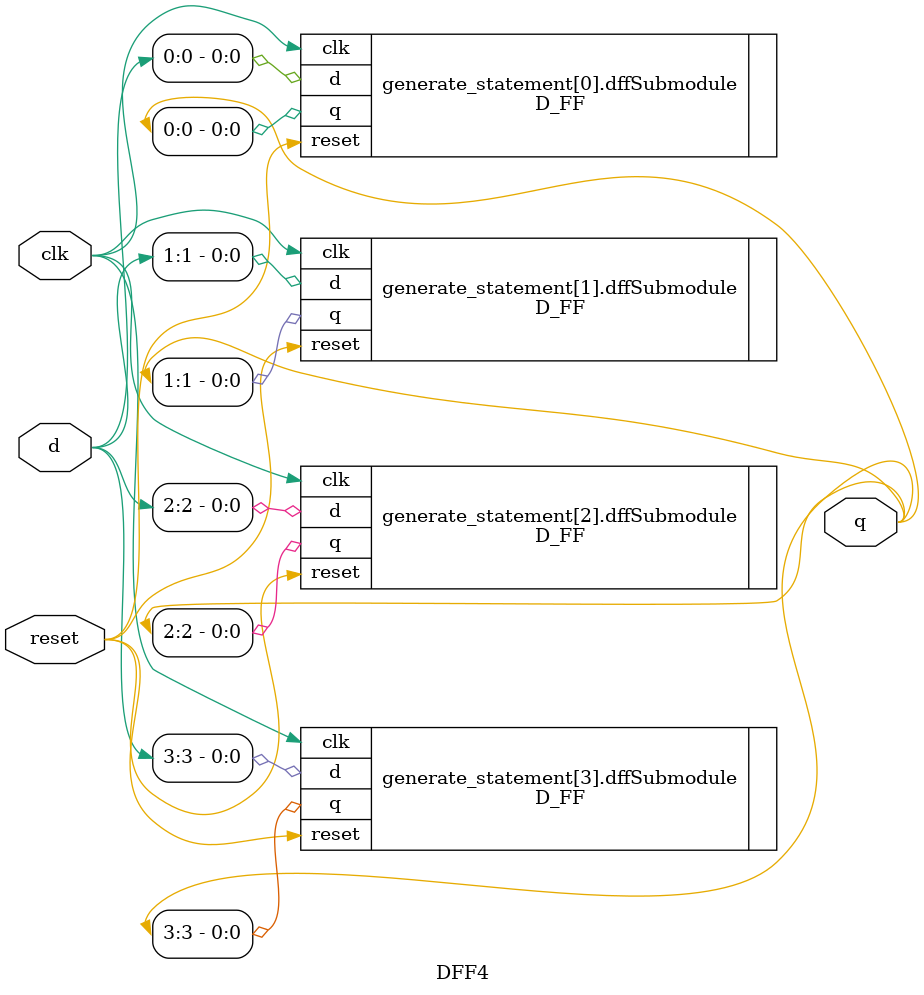
<source format=sv>
module DFF4(q, d, reset, clk);
	output logic [3:0] q;
	input logic [3:0] d;
	input logic clk;
	input logic reset;
	genvar i;
	
	generate 
		for (i = 0; i < 4; i++) begin : generate_statement			
			D_FF dffSubmodule(.q(q[i]), .d(d[i]), .reset, .clk);
		end
	endgenerate
endmodule
</source>
